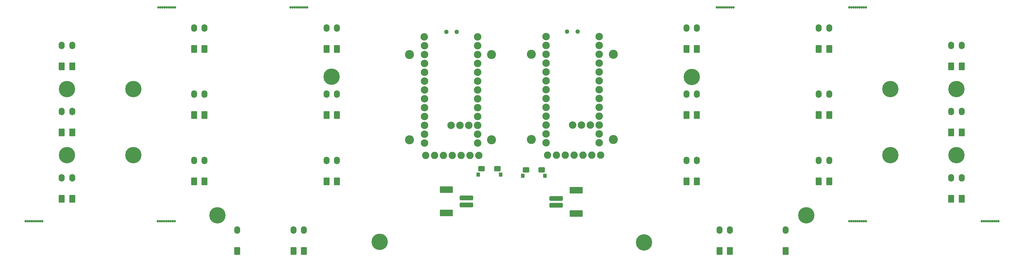
<source format=gbr>
%TF.GenerationSoftware,KiCad,Pcbnew,8.0.3*%
%TF.CreationDate,2024-08-02T01:30:14+01:00*%
%TF.ProjectId,corne-light-ice-trackball,636f726e-652d-46c6-9967-68742d696365,1.0*%
%TF.SameCoordinates,Original*%
%TF.FileFunction,Soldermask,Top*%
%TF.FilePolarity,Negative*%
%FSLAX46Y46*%
G04 Gerber Fmt 4.6, Leading zero omitted, Abs format (unit mm)*
G04 Created by KiCad (PCBNEW 8.0.3) date 2024-08-02 01:30:14*
%MOMM*%
%LPD*%
G01*
G04 APERTURE LIST*
G04 Aperture macros list*
%AMRoundRect*
0 Rectangle with rounded corners*
0 $1 Rounding radius*
0 $2 $3 $4 $5 $6 $7 $8 $9 X,Y pos of 4 corners*
0 Add a 4 corners polygon primitive as box body*
4,1,4,$2,$3,$4,$5,$6,$7,$8,$9,$2,$3,0*
0 Add four circle primitives for the rounded corners*
1,1,$1+$1,$2,$3*
1,1,$1+$1,$4,$5*
1,1,$1+$1,$6,$7*
1,1,$1+$1,$8,$9*
0 Add four rect primitives between the rounded corners*
20,1,$1+$1,$2,$3,$4,$5,0*
20,1,$1+$1,$4,$5,$6,$7,0*
20,1,$1+$1,$6,$7,$8,$9,0*
20,1,$1+$1,$8,$9,$2,$3,0*%
G04 Aperture macros list end*
%ADD10C,0.700000*%
%ADD11C,2.100000*%
%ADD12O,2.100000X2.100000*%
%ADD13C,2.600000*%
%ADD14RoundRect,0.350000X-1.600000X0.350000X-1.600000X-0.350000X1.600000X-0.350000X1.600000X0.350000X0*%
%ADD15RoundRect,0.316668X-1.583332X0.633332X-1.583332X-0.633332X1.583332X-0.633332X1.583332X0.633332X0*%
%ADD16RoundRect,0.200000X-0.300000X-0.400000X0.300000X-0.400000X0.300000X0.400000X-0.300000X0.400000X0*%
%ADD17RoundRect,0.200000X-0.725000X-0.525000X0.725000X-0.525000X0.725000X0.525000X-0.725000X0.525000X0*%
%ADD18RoundRect,0.350000X1.600000X-0.350000X1.600000X0.350000X-1.600000X0.350000X-1.600000X-0.350000X0*%
%ADD19RoundRect,0.316668X1.583332X-0.633332X1.583332X0.633332X-1.583332X0.633332X-1.583332X-0.633332X0*%
%ADD20RoundRect,0.200000X0.650000X-0.889000X0.650000X0.889000X-0.650000X0.889000X-0.650000X-0.889000X0*%
%ADD21O,1.700000X2.178000*%
%ADD22C,4.700000*%
%ADD23C,2.152600*%
%ADD24C,1.300000*%
G04 APERTURE END LIST*
D10*
%TO.C,J5*%
X-55018250Y-1694500D03*
X-54424500Y-1694500D03*
X-53830750Y-1694500D03*
X-53237000Y-1694500D03*
X-52643250Y-1694500D03*
X-52049500Y-1694500D03*
X-51455750Y-1694500D03*
X-50862000Y-1694500D03*
X-50268250Y-1694500D03*
%TD*%
%TO.C,J5*%
X-17030000Y-1694500D03*
X-16436250Y-1694500D03*
X-15842500Y-1694500D03*
X-15248750Y-1694500D03*
X-14655000Y-1694500D03*
X-14061250Y-1694500D03*
X-13467500Y-1694500D03*
X-12873750Y-1694500D03*
X-12280000Y-1694500D03*
%TD*%
%TO.C,J5*%
X-16927000Y59715500D03*
X-16333250Y59715500D03*
X-15739500Y59715500D03*
X-15145750Y59715500D03*
X-14552000Y59715500D03*
X-13958250Y59715500D03*
X-13364500Y59715500D03*
X-12770750Y59715500D03*
X-12177000Y59715500D03*
%TD*%
%TO.C,J5*%
X21043000Y59715500D03*
X21636750Y59715500D03*
X22230500Y59715500D03*
X22824250Y59715500D03*
X23418000Y59715500D03*
X24011750Y59715500D03*
X24605500Y59715500D03*
X25199250Y59715500D03*
X25793000Y59715500D03*
%TD*%
%TO.C,J5*%
X143340653Y59705500D03*
X143934403Y59705500D03*
X144528153Y59705500D03*
X145121903Y59705500D03*
X145715653Y59705500D03*
X146309403Y59705500D03*
X146903153Y59705500D03*
X147496903Y59705500D03*
X148090653Y59705500D03*
%TD*%
%TO.C,J5*%
X181360653Y59715500D03*
X181954403Y59715500D03*
X182548153Y59715500D03*
X183141903Y59715500D03*
X183735653Y59715500D03*
X184329403Y59715500D03*
X184923153Y59715500D03*
X185516903Y59715500D03*
X186110653Y59715500D03*
%TD*%
%TO.C,J5*%
X219390653Y-1704500D03*
X219984403Y-1704500D03*
X220578153Y-1704500D03*
X221171903Y-1704500D03*
X221765653Y-1704500D03*
X222359403Y-1704500D03*
X222953153Y-1704500D03*
X223546903Y-1704500D03*
X224140653Y-1704500D03*
%TD*%
%TO.C,J5*%
X181390653Y-1704500D03*
X181984403Y-1704500D03*
X182578153Y-1704500D03*
X183171903Y-1704500D03*
X183765653Y-1704500D03*
X184359403Y-1704500D03*
X184953153Y-1704500D03*
X185546903Y-1704500D03*
X186140653Y-1704500D03*
%TD*%
D11*
%TO.C,J7*%
X110033000Y17240500D03*
D12*
X107493000Y17240500D03*
X104953000Y17240500D03*
X102413000Y17240500D03*
X99873000Y17240500D03*
X97333000Y17240500D03*
X94793000Y17240500D03*
%TD*%
D13*
%TO.C,REF\u002A\u002A*%
X78673000Y46180500D03*
%TD*%
%TO.C,REF\u002A\u002A*%
X55173000Y21680500D03*
%TD*%
D11*
%TO.C,J7*%
X75083000Y17180500D03*
D12*
X72543000Y17180500D03*
X70003000Y17180500D03*
X67463000Y17180500D03*
X64923000Y17180500D03*
X62383000Y17180500D03*
X59843000Y17180500D03*
%TD*%
D14*
%TO.C,J3*%
X71523000Y4990500D03*
X71523000Y2990500D03*
D15*
X65773000Y7340500D03*
X65773000Y640500D03*
%TD*%
D13*
%TO.C,REF\u002A\u002A*%
X78673000Y21680500D03*
%TD*%
%TO.C,REF\u002A\u002A*%
X55173000Y46180500D03*
%TD*%
%TO.C,REF\u002A\u002A*%
X90123000Y21740500D03*
%TD*%
D16*
%TO.C,RST*%
X87648000Y11315500D03*
X94048000Y11315500D03*
D17*
X93123000Y13040500D03*
X88573000Y13040500D03*
%TD*%
D13*
%TO.C,REF\u002A\u002A*%
X90123000Y46240500D03*
%TD*%
D18*
%TO.C,J3*%
X97233000Y2870500D03*
X97233000Y4870500D03*
D19*
X102983000Y520500D03*
X102983000Y7220500D03*
%TD*%
D16*
%TO.C,RST*%
X74873000Y11690500D03*
X81273000Y11690500D03*
D17*
X80348000Y13415500D03*
X75798000Y13415500D03*
%TD*%
D13*
%TO.C,REF\u002A\u002A*%
X113623000Y46240500D03*
%TD*%
%TO.C,REF\u002A\u002A*%
X113623000Y21740500D03*
%TD*%
D20*
%TO.C,D34*%
X213623000Y4765068D03*
D21*
X213623000Y10765068D03*
%TD*%
D20*
%TO.C,D36*%
X175623000Y9765068D03*
D21*
X175623000Y15765068D03*
%TD*%
D20*
%TO.C,D37*%
X172623000Y9770068D03*
D21*
X172623000Y15770068D03*
%TD*%
D20*
%TO.C,D38*%
X137623000Y9765068D03*
D21*
X137623000Y15765068D03*
%TD*%
D20*
%TO.C,D39*%
X134623000Y9765068D03*
D21*
X134623000Y15765068D03*
%TD*%
D20*
%TO.C,D40*%
X163123000Y-10244932D03*
D21*
X163123000Y-4244932D03*
%TD*%
D20*
%TO.C,D41*%
X147133000Y-10229932D03*
D21*
X147133000Y-4229932D03*
%TD*%
D20*
%TO.C,D42*%
X144133000Y-10229932D03*
D21*
X144133000Y-4229932D03*
%TD*%
D20*
%TO.C,D22*%
X213623000Y42765068D03*
D21*
X213623000Y48765068D03*
%TD*%
D20*
%TO.C,D23*%
X210623000Y42765068D03*
D21*
X210623000Y48765068D03*
%TD*%
D20*
%TO.C,D24*%
X175623000Y47765068D03*
D21*
X175623000Y53765068D03*
%TD*%
D20*
%TO.C,D25*%
X172623000Y47770068D03*
D21*
X172623000Y53770068D03*
%TD*%
D20*
%TO.C,D26*%
X137623000Y47765068D03*
D21*
X137623000Y53765068D03*
%TD*%
D20*
%TO.C,D27*%
X134623000Y47765068D03*
D21*
X134623000Y53765068D03*
%TD*%
D20*
%TO.C,D28*%
X213623000Y23765068D03*
D21*
X213623000Y29765068D03*
%TD*%
D20*
%TO.C,D29*%
X210623000Y23765068D03*
D21*
X210623000Y29765068D03*
%TD*%
D20*
%TO.C,D30*%
X175623000Y28765068D03*
D21*
X175623000Y34765068D03*
%TD*%
D20*
%TO.C,D31*%
X172623000Y28770068D03*
D21*
X172623000Y34770068D03*
%TD*%
D20*
%TO.C,D32*%
X137623000Y28765068D03*
D21*
X137623000Y34765068D03*
%TD*%
D20*
%TO.C,D14*%
X-41652000Y4765500D03*
D21*
X-41652000Y10765500D03*
%TD*%
D20*
%TO.C,D8*%
X-41652000Y23765500D03*
D21*
X-41652000Y29765500D03*
%TD*%
D20*
%TO.C,D2*%
X-41652000Y42765500D03*
D21*
X-41652000Y48765500D03*
%TD*%
D20*
%TO.C,D33*%
X134623000Y28765068D03*
D21*
X134623000Y34765068D03*
%TD*%
D20*
%TO.C,D21*%
X24848000Y-10219500D03*
D21*
X24848000Y-4219500D03*
%TD*%
D20*
%TO.C,D20*%
X21848000Y-10219500D03*
D21*
X21848000Y-4219500D03*
%TD*%
D20*
%TO.C,D19*%
X5668000Y-10224500D03*
D21*
X5668000Y-4224500D03*
%TD*%
D20*
%TO.C,D18*%
X34348000Y9765500D03*
D21*
X34348000Y15765500D03*
%TD*%
D20*
%TO.C,D17*%
X31348000Y9765500D03*
D21*
X31348000Y15765500D03*
%TD*%
D20*
%TO.C,D16*%
X-3652000Y9770500D03*
D21*
X-3652000Y15770500D03*
%TD*%
D20*
%TO.C,D15*%
X-6652000Y9765500D03*
D21*
X-6652000Y15765500D03*
%TD*%
D20*
%TO.C,D13*%
X-44652000Y4768625D03*
D21*
X-44652000Y10768625D03*
%TD*%
D20*
%TO.C,D12*%
X34348000Y28765500D03*
D21*
X34348000Y34765500D03*
%TD*%
D20*
%TO.C,D11*%
X31348000Y28765500D03*
D21*
X31348000Y34765500D03*
%TD*%
D20*
%TO.C,D10*%
X-3652000Y28770500D03*
D21*
X-3652000Y34770500D03*
%TD*%
D20*
%TO.C,D9*%
X-6652000Y28765500D03*
D21*
X-6652000Y34765500D03*
%TD*%
D20*
%TO.C,D7*%
X-44652000Y23768625D03*
D21*
X-44652000Y29768625D03*
%TD*%
D20*
%TO.C,D6*%
X34348000Y47765500D03*
D21*
X34348000Y53765500D03*
%TD*%
D20*
%TO.C,D5*%
X31348000Y47765500D03*
D21*
X31348000Y53765500D03*
%TD*%
D20*
%TO.C,D4*%
X-3652000Y47770500D03*
D21*
X-3652000Y53770500D03*
%TD*%
D20*
%TO.C,D3*%
X-6652000Y47765500D03*
D21*
X-6652000Y53765500D03*
%TD*%
D20*
%TO.C,D1*%
X-44652000Y42768625D03*
D21*
X-44652000Y48768625D03*
%TD*%
D20*
%TO.C,D35*%
X210623000Y4765068D03*
D21*
X210623000Y10765068D03*
%TD*%
D22*
%TO.C,Ref\u002A\u002A*%
X-43144000Y17265000D03*
%TD*%
%TO.C,Ref\u002A\u002A*%
X32811000Y39755000D03*
%TD*%
%TO.C,Ref\u002A\u002A*%
X-43144000Y36265000D03*
%TD*%
%TO.C,Ref\u002A\u002A*%
X0Y0D03*
%TD*%
%TO.C,Ref\u002A\u002A*%
X46566000Y-7614500D03*
%TD*%
%TO.C,Ref\u002A\u002A*%
X136174000Y39748568D03*
%TD*%
%TO.C,Ref\u002A\u002A*%
X122424000Y-7761432D03*
%TD*%
%TO.C,Ref\u002A\u002A*%
X168994000Y-11432D03*
%TD*%
%TO.C,Ref\u002A\u002A*%
X212134000Y36258568D03*
%TD*%
%TO.C,Ref\u002A\u002A*%
X212134000Y17258568D03*
%TD*%
%TO.C,Ref\u002A\u002A*%
X-24127000Y17240500D03*
%TD*%
%TO.C,Ref\u002A\u002A*%
X-24127000Y36240500D03*
%TD*%
%TO.C,Ref\u002A\u002A*%
X193150653Y17258568D03*
%TD*%
%TO.C,Ref\u002A\u002A*%
X193150653Y36258568D03*
%TD*%
D23*
%TO.C,U1*%
X109623000Y51280500D03*
X109623000Y48740500D03*
X109623000Y46200500D03*
X109623000Y43660500D03*
X109623000Y41120500D03*
X109623000Y38580500D03*
X109623000Y36040500D03*
X109623000Y33500500D03*
X109623000Y30960500D03*
X109623000Y28420500D03*
X109623000Y25880500D03*
X109623000Y23340500D03*
X109623000Y20800500D03*
X94383000Y20800500D03*
X94383000Y23340500D03*
X94383000Y25880500D03*
X94383000Y28420500D03*
X94383000Y30960500D03*
X94383000Y33500500D03*
X94383000Y36040500D03*
X94383000Y38580500D03*
X94383000Y41120500D03*
X94383000Y43660500D03*
X94383000Y46200500D03*
X94383000Y48740500D03*
X94356715Y51280500D03*
X107083000Y25880500D03*
X104543000Y25880500D03*
X102003000Y25880500D03*
%TD*%
D24*
%TO.C,PSW2*%
X100373000Y52740500D03*
X103373000Y52740500D03*
%TD*%
D23*
%TO.C,U1*%
X74673000Y51220500D03*
X74673000Y48680500D03*
X74673000Y46140500D03*
X74673000Y43600500D03*
X74673000Y41060500D03*
X74673000Y38520500D03*
X74673000Y35980500D03*
X74673000Y33440500D03*
X74673000Y30900500D03*
X74673000Y28360500D03*
X74673000Y25820500D03*
X74673000Y23280500D03*
X74673000Y20740500D03*
X59433000Y20740500D03*
X59433000Y23280500D03*
X59433000Y25820500D03*
X59433000Y28360500D03*
X59433000Y30900500D03*
X59433000Y33440500D03*
X59433000Y35980500D03*
X59433000Y38520500D03*
X59433000Y41060500D03*
X59433000Y43600500D03*
X59433000Y46140500D03*
X59433000Y48680500D03*
X59406715Y51220500D03*
X72133000Y25820500D03*
X69593000Y25820500D03*
X67053000Y25820500D03*
%TD*%
D24*
%TO.C,PSW2*%
X65723000Y52680500D03*
X68723000Y52680500D03*
%TD*%
M02*

</source>
